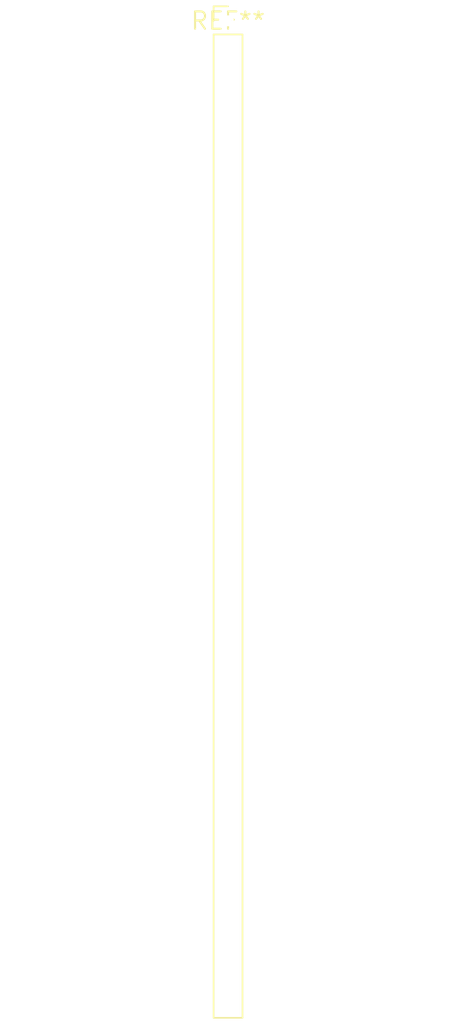
<source format=kicad_pcb>
(kicad_pcb (version 20240108) (generator pcbnew)
  (layers (0 "F.Cu" signal) (31 "B.Cu" signal) (34 "B.Paste" user) (35 "F.Paste" user) (36 "B.SilkS" user "B.Silkscreen") (37 "F.SilkS" user "F.Silkscreen") (38 "B.Mask" user) (39 "F.Mask" user) (44 "Edge.Cuts" user))
  (net 0 "")
  (footprint "PinHeader_1x37_P2.00mm_Vertical" (layer "F.Cu") (at 0 0)
    (property "Reference" "REF**")
    (property "Value" "PinHeader_1x37_P2.00mm_Vertical")
    (fp_line (start -1.06 -1.06) (end 0 -1.06) (layer "F.SilkS") (stroke (width 0.12)))
    (fp_line (start -1.06 0) (end -1.06 -1.06) (layer "F.SilkS") (stroke (width 0.12)))
    (fp_line (start -1.06 1) (end -1.06 73.06) (layer "F.SilkS") (stroke (width 0.12)))
    (fp_line (start -1.06 1) (end 1.06 1) (layer "F.SilkS") (stroke (width 0.12)))
    (fp_line (start -1.06 73.06) (end 1.06 73.06) (layer "F.SilkS") (stroke (width 0.12)))
    (fp_line (start 1.06 1) (end 1.06 73.06) (layer "F.SilkS") (stroke (width 0.12)))
    (pad "1" thru_hole rect (at 0 0) (size 1.35 1.35) (drill 0.8) (layers *.Cu *.Mask) (remove_unused_layers))
    (pad "2" thru_hole oval (at 0 2) (size 1.35 1.35) (drill 0.8) (layers *.Cu *.Mask) (remove_unused_layers))
    (pad "3" thru_hole oval (at 0 4) (size 1.35 1.35) (drill 0.8) (layers *.Cu *.Mask) (remove_unused_layers))
    (pad "4" thru_hole oval (at 0 6) (size 1.35 1.35) (drill 0.8) (layers *.Cu *.Mask) (remove_unused_layers))
    (pad "5" thru_hole oval (at 0 8) (size 1.35 1.35) (drill 0.8) (layers *.Cu *.Mask) (remove_unused_layers))
    (pad "6" thru_hole oval (at 0 10) (size 1.35 1.35) (drill 0.8) (layers *.Cu *.Mask) (remove_unused_layers))
    (pad "7" thru_hole oval (at 0 12) (size 1.35 1.35) (drill 0.8) (layers *.Cu *.Mask) (remove_unused_layers))
    (pad "8" thru_hole oval (at 0 14) (size 1.35 1.35) (drill 0.8) (layers *.Cu *.Mask) (remove_unused_layers))
    (pad "9" thru_hole oval (at 0 16) (size 1.35 1.35) (drill 0.8) (layers *.Cu *.Mask) (remove_unused_layers))
    (pad "10" thru_hole oval (at 0 18) (size 1.35 1.35) (drill 0.8) (layers *.Cu *.Mask) (remove_unused_layers))
    (pad "11" thru_hole oval (at 0 20) (size 1.35 1.35) (drill 0.8) (layers *.Cu *.Mask) (remove_unused_layers))
    (pad "12" thru_hole oval (at 0 22) (size 1.35 1.35) (drill 0.8) (layers *.Cu *.Mask) (remove_unused_layers))
    (pad "13" thru_hole oval (at 0 24) (size 1.35 1.35) (drill 0.8) (layers *.Cu *.Mask) (remove_unused_layers))
    (pad "14" thru_hole oval (at 0 26) (size 1.35 1.35) (drill 0.8) (layers *.Cu *.Mask) (remove_unused_layers))
    (pad "15" thru_hole oval (at 0 28) (size 1.35 1.35) (drill 0.8) (layers *.Cu *.Mask) (remove_unused_layers))
    (pad "16" thru_hole oval (at 0 30) (size 1.35 1.35) (drill 0.8) (layers *.Cu *.Mask) (remove_unused_layers))
    (pad "17" thru_hole oval (at 0 32) (size 1.35 1.35) (drill 0.8) (layers *.Cu *.Mask) (remove_unused_layers))
    (pad "18" thru_hole oval (at 0 34) (size 1.35 1.35) (drill 0.8) (layers *.Cu *.Mask) (remove_unused_layers))
    (pad "19" thru_hole oval (at 0 36) (size 1.35 1.35) (drill 0.8) (layers *.Cu *.Mask) (remove_unused_layers))
    (pad "20" thru_hole oval (at 0 38) (size 1.35 1.35) (drill 0.8) (layers *.Cu *.Mask) (remove_unused_layers))
    (pad "21" thru_hole oval (at 0 40) (size 1.35 1.35) (drill 0.8) (layers *.Cu *.Mask) (remove_unused_layers))
    (pad "22" thru_hole oval (at 0 42) (size 1.35 1.35) (drill 0.8) (layers *.Cu *.Mask) (remove_unused_layers))
    (pad "23" thru_hole oval (at 0 44) (size 1.35 1.35) (drill 0.8) (layers *.Cu *.Mask) (remove_unused_layers))
    (pad "24" thru_hole oval (at 0 46) (size 1.35 1.35) (drill 0.8) (layers *.Cu *.Mask) (remove_unused_layers))
    (pad "25" thru_hole oval (at 0 48) (size 1.35 1.35) (drill 0.8) (layers *.Cu *.Mask) (remove_unused_layers))
    (pad "26" thru_hole oval (at 0 50) (size 1.35 1.35) (drill 0.8) (layers *.Cu *.Mask) (remove_unused_layers))
    (pad "27" thru_hole oval (at 0 52) (size 1.35 1.35) (drill 0.8) (layers *.Cu *.Mask) (remove_unused_layers))
    (pad "28" thru_hole oval (at 0 54) (size 1.35 1.35) (drill 0.8) (layers *.Cu *.Mask) (remove_unused_layers))
    (pad "29" thru_hole oval (at 0 56) (size 1.35 1.35) (drill 0.8) (layers *.Cu *.Mask) (remove_unused_layers))
    (pad "30" thru_hole oval (at 0 58) (size 1.35 1.35) (drill 0.8) (layers *.Cu *.Mask) (remove_unused_layers))
    (pad "31" thru_hole oval (at 0 60) (size 1.35 1.35) (drill 0.8) (layers *.Cu *.Mask) (remove_unused_layers))
    (pad "32" thru_hole oval (at 0 62) (size 1.35 1.35) (drill 0.8) (layers *.Cu *.Mask) (remove_unused_layers))
    (pad "33" thru_hole oval (at 0 64) (size 1.35 1.35) (drill 0.8) (layers *.Cu *.Mask) (remove_unused_layers))
    (pad "34" thru_hole oval (at 0 66) (size 1.35 1.35) (drill 0.8) (layers *.Cu *.Mask) (remove_unused_layers))
    (pad "35" thru_hole oval (at 0 68) (size 1.35 1.35) (drill 0.8) (layers *.Cu *.Mask) (remove_unused_layers))
    (pad "36" thru_hole oval (at 0 70) (size 1.35 1.35) (drill 0.8) (layers *.Cu *.Mask) (remove_unused_layers))
    (pad "37" thru_hole oval (at 0 72) (size 1.35 1.35) (drill 0.8) (layers *.Cu *.Mask) (remove_unused_layers))
  )
)
</source>
